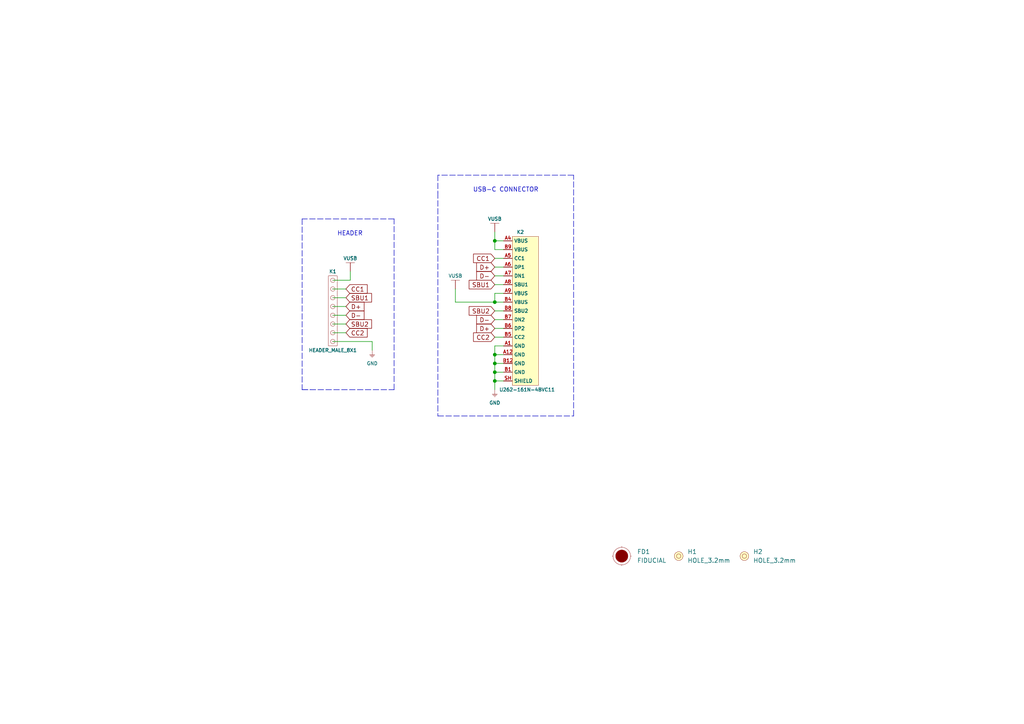
<source format=kicad_sch>
(kicad_sch (version 20211123) (generator eeschema)

  (uuid c98c2be4-887a-447d-897a-0c3b55f08831)

  (paper "A4")

  (title_block
    (title "USB-C breakout")
    (date "2021-07-06")
    (rev "V1.1.1.")
    (company "SOLDERED")
    (comment 1 "333011")
  )

  (lib_symbols
    (symbol "e-radionica.com schematics:FIDUCIAL" (in_bom no) (on_board yes)
      (property "Reference" "FD" (id 0) (at 0 3.81 0)
        (effects (font (size 1.27 1.27)))
      )
      (property "Value" "FIDUCIAL" (id 1) (at 0 -3.81 0)
        (effects (font (size 1.27 1.27)))
      )
      (property "Footprint" "e-radionica.com footprinti:FIDUCIAL_23" (id 2) (at 0.254 -5.334 0)
        (effects (font (size 1.27 1.27)) hide)
      )
      (property "Datasheet" "" (id 3) (at 0 0 0)
        (effects (font (size 1.27 1.27)) hide)
      )
      (symbol "FIDUCIAL_0_1"
        (polyline
          (pts
            (xy -2.54 0)
            (xy -2.794 0)
          )
          (stroke (width 0.0006) (type default) (color 0 0 0 0))
          (fill (type none))
        )
        (polyline
          (pts
            (xy 0 -2.54)
            (xy 0 -2.794)
          )
          (stroke (width 0.0006) (type default) (color 0 0 0 0))
          (fill (type none))
        )
        (polyline
          (pts
            (xy 0 2.54)
            (xy 0 2.794)
          )
          (stroke (width 0.0006) (type default) (color 0 0 0 0))
          (fill (type none))
        )
        (polyline
          (pts
            (xy 2.54 0)
            (xy 2.794 0)
          )
          (stroke (width 0.0006) (type default) (color 0 0 0 0))
          (fill (type none))
        )
        (circle (center 0 0) (radius 1.7961)
          (stroke (width 0.001) (type default) (color 0 0 0 0))
          (fill (type outline))
        )
        (circle (center 0 0) (radius 2.54)
          (stroke (width 0.0006) (type default) (color 0 0 0 0))
          (fill (type none))
        )
      )
    )
    (symbol "e-radionica.com schematics:GND" (power) (pin_names (offset 0)) (in_bom yes) (on_board yes)
      (property "Reference" "#PWR" (id 0) (at 4.445 0 0)
        (effects (font (size 1 1)) hide)
      )
      (property "Value" "GND" (id 1) (at 0 -2.921 0)
        (effects (font (size 1 1)))
      )
      (property "Footprint" "" (id 2) (at 4.445 3.81 0)
        (effects (font (size 1 1)) hide)
      )
      (property "Datasheet" "" (id 3) (at 4.445 3.81 0)
        (effects (font (size 1 1)) hide)
      )
      (property "ki_keywords" "power-flag" (id 4) (at 0 0 0)
        (effects (font (size 1.27 1.27)) hide)
      )
      (property "ki_description" "Power symbol creates a global label with name \"+3V3\"" (id 5) (at 0 0 0)
        (effects (font (size 1.27 1.27)) hide)
      )
      (symbol "GND_0_1"
        (polyline
          (pts
            (xy -0.762 -1.27)
            (xy 0.762 -1.27)
          )
          (stroke (width 0.0006) (type default) (color 0 0 0 0))
          (fill (type none))
        )
        (polyline
          (pts
            (xy -0.635 -1.524)
            (xy 0.635 -1.524)
          )
          (stroke (width 0.0006) (type default) (color 0 0 0 0))
          (fill (type none))
        )
        (polyline
          (pts
            (xy -0.381 -1.778)
            (xy 0.381 -1.778)
          )
          (stroke (width 0.0006) (type default) (color 0 0 0 0))
          (fill (type none))
        )
        (polyline
          (pts
            (xy -0.127 -2.032)
            (xy 0.127 -2.032)
          )
          (stroke (width 0.0006) (type default) (color 0 0 0 0))
          (fill (type none))
        )
        (polyline
          (pts
            (xy 0 0)
            (xy 0 -1.27)
          )
          (stroke (width 0.0006) (type default) (color 0 0 0 0))
          (fill (type none))
        )
      )
      (symbol "GND_1_1"
        (pin power_in line (at 0 0 270) (length 0) hide
          (name "GND" (effects (font (size 1.27 1.27))))
          (number "1" (effects (font (size 1.27 1.27))))
        )
      )
    )
    (symbol "e-radionica.com schematics:HEADER_MALE_8X1" (pin_numbers hide) (pin_names hide) (in_bom yes) (on_board yes)
      (property "Reference" "K" (id 0) (at -0.635 12.7 0)
        (effects (font (size 1 1)))
      )
      (property "Value" "HEADER_MALE_8X1" (id 1) (at 0.635 -10.16 0)
        (effects (font (size 1 1)))
      )
      (property "Footprint" "e-radionica.com footprinti:HEADER_MALE_8X1" (id 2) (at 0 0 0)
        (effects (font (size 1 1)) hide)
      )
      (property "Datasheet" "" (id 3) (at 0 0 0)
        (effects (font (size 1 1)) hide)
      )
      (symbol "HEADER_MALE_8X1_0_1"
        (circle (center 0 -7.62) (radius 0.635)
          (stroke (width 0.0006) (type default) (color 0 0 0 0))
          (fill (type none))
        )
        (circle (center 0 -5.08) (radius 0.635)
          (stroke (width 0.0006) (type default) (color 0 0 0 0))
          (fill (type none))
        )
        (circle (center 0 -2.54) (radius 0.635)
          (stroke (width 0.0006) (type default) (color 0 0 0 0))
          (fill (type none))
        )
        (circle (center 0 0) (radius 0.635)
          (stroke (width 0.0006) (type default) (color 0 0 0 0))
          (fill (type none))
        )
        (circle (center 0 2.54) (radius 0.635)
          (stroke (width 0.0006) (type default) (color 0 0 0 0))
          (fill (type none))
        )
        (circle (center 0 5.08) (radius 0.635)
          (stroke (width 0.0006) (type default) (color 0 0 0 0))
          (fill (type none))
        )
        (circle (center 0 7.62) (radius 0.635)
          (stroke (width 0.0006) (type default) (color 0 0 0 0))
          (fill (type none))
        )
        (circle (center 0 10.16) (radius 0.635)
          (stroke (width 0.0006) (type default) (color 0 0 0 0))
          (fill (type none))
        )
        (rectangle (start 1.27 -8.89) (end -1.27 11.43)
          (stroke (width 0.0006) (type default) (color 0 0 0 0))
          (fill (type none))
        )
      )
      (symbol "HEADER_MALE_8X1_1_1"
        (pin passive line (at 0 -7.62 180) (length 0)
          (name "~" (effects (font (size 0.991 0.991))))
          (number "1" (effects (font (size 0.991 0.991))))
        )
        (pin passive line (at 0 -5.08 180) (length 0)
          (name "~" (effects (font (size 0.991 0.991))))
          (number "2" (effects (font (size 0.991 0.991))))
        )
        (pin passive line (at 0 -2.54 180) (length 0)
          (name "~" (effects (font (size 0.991 0.991))))
          (number "3" (effects (font (size 0.991 0.991))))
        )
        (pin passive line (at 0 0 180) (length 0)
          (name "~" (effects (font (size 0.991 0.991))))
          (number "4" (effects (font (size 0.991 0.991))))
        )
        (pin passive line (at 0 2.54 180) (length 0)
          (name "~" (effects (font (size 0.991 0.991))))
          (number "5" (effects (font (size 0.991 0.991))))
        )
        (pin passive line (at 0 5.08 180) (length 0)
          (name "~" (effects (font (size 0.991 0.991))))
          (number "6" (effects (font (size 0.991 0.991))))
        )
        (pin passive line (at 0 7.62 180) (length 0)
          (name "~" (effects (font (size 0.991 0.991))))
          (number "7" (effects (font (size 0.991 0.991))))
        )
        (pin passive line (at 0 10.16 180) (length 0)
          (name "~" (effects (font (size 0.991 0.991))))
          (number "8" (effects (font (size 0.991 0.991))))
        )
      )
    )
    (symbol "e-radionica.com schematics:HOLE_3.2mm" (pin_numbers hide) (pin_names hide) (in_bom yes) (on_board yes)
      (property "Reference" "H" (id 0) (at 0 2.54 0)
        (effects (font (size 1.27 1.27)))
      )
      (property "Value" "HOLE_3.2mm" (id 1) (at 0 -2.54 0)
        (effects (font (size 1.27 1.27)))
      )
      (property "Footprint" "e-radionica.com footprinti:HOLE_3.2mm" (id 2) (at 0 0 0)
        (effects (font (size 1.27 1.27)) hide)
      )
      (property "Datasheet" "" (id 3) (at 0 0 0)
        (effects (font (size 1.27 1.27)) hide)
      )
      (symbol "HOLE_3.2mm_0_1"
        (circle (center 0 0) (radius 0.635)
          (stroke (width 0.0006) (type default) (color 0 0 0 0))
          (fill (type none))
        )
        (circle (center 0 0) (radius 1.27)
          (stroke (width 0.001) (type default) (color 0 0 0 0))
          (fill (type background))
        )
      )
    )
    (symbol "e-radionica.com schematics:U262-161N-4BVC11" (in_bom yes) (on_board yes)
      (property "Reference" "K" (id 0) (at 0 22.86 0)
        (effects (font (size 1 1)))
      )
      (property "Value" "U262-161N-4BVC11" (id 1) (at 2.54 -22.86 0)
        (effects (font (size 1 1)))
      )
      (property "Footprint" "e-radionica.com footprinti:U262-161N-4BVC11" (id 2) (at 1.27 -3.81 0)
        (effects (font (size 1 1)) hide)
      )
      (property "Datasheet" "" (id 3) (at 1.27 -3.81 0)
        (effects (font (size 1 1)) hide)
      )
      (property "ki_keywords" "USBC USB-C USB" (id 4) (at 0 0 0)
        (effects (font (size 1.27 1.27)) hide)
      )
      (symbol "U262-161N-4BVC11_0_1"
        (rectangle (start -1.27 21.59) (end 6.35 -21.59)
          (stroke (width 0.001) (type default) (color 0 0 0 0))
          (fill (type background))
        )
      )
      (symbol "U262-161N-4BVC11_1_1"
        (pin passive line (at -3.81 -10.16 0) (length 2.54)
          (name "GND" (effects (font (size 1 1))))
          (number "A1" (effects (font (size 1 1))))
        )
        (pin passive line (at -3.81 -12.7 0) (length 2.54)
          (name "GND" (effects (font (size 1 1))))
          (number "A12" (effects (font (size 1 1))))
        )
        (pin passive line (at -3.81 20.32 0) (length 2.54)
          (name "VBUS" (effects (font (size 1 1))))
          (number "A4" (effects (font (size 1 1))))
        )
        (pin passive line (at -3.81 15.24 0) (length 2.54)
          (name "CC1" (effects (font (size 1 1))))
          (number "A5" (effects (font (size 1 1))))
        )
        (pin passive line (at -3.81 12.7 0) (length 2.54)
          (name "DP1" (effects (font (size 1 1))))
          (number "A6" (effects (font (size 1 1))))
        )
        (pin passive line (at -3.81 10.16 0) (length 2.54)
          (name "DN1" (effects (font (size 1 1))))
          (number "A7" (effects (font (size 1 1))))
        )
        (pin passive line (at -3.81 7.62 0) (length 2.54)
          (name "SBU1" (effects (font (size 1 1))))
          (number "A8" (effects (font (size 1 1))))
        )
        (pin passive line (at -3.81 5.08 0) (length 2.54)
          (name "VBUS" (effects (font (size 1 1))))
          (number "A9" (effects (font (size 1 1))))
        )
        (pin passive line (at -3.81 -17.78 0) (length 2.54)
          (name "GND" (effects (font (size 1 1))))
          (number "B1" (effects (font (size 1 1))))
        )
        (pin passive line (at -3.81 -15.24 0) (length 2.54)
          (name "GND" (effects (font (size 1 1))))
          (number "B12" (effects (font (size 1 1))))
        )
        (pin passive line (at -3.81 2.54 0) (length 2.54)
          (name "VBUS" (effects (font (size 1 1))))
          (number "B4" (effects (font (size 1 1))))
        )
        (pin passive line (at -3.81 -7.62 0) (length 2.54)
          (name "CC2" (effects (font (size 1 1))))
          (number "B5" (effects (font (size 1 1))))
        )
        (pin passive line (at -3.81 -5.08 0) (length 2.54)
          (name "DP2" (effects (font (size 1 1))))
          (number "B6" (effects (font (size 1 1))))
        )
        (pin passive line (at -3.81 -2.54 0) (length 2.54)
          (name "DN2" (effects (font (size 1 1))))
          (number "B7" (effects (font (size 1 1))))
        )
        (pin passive line (at -3.81 0 0) (length 2.54)
          (name "SBU2" (effects (font (size 1 1))))
          (number "B8" (effects (font (size 1 1))))
        )
        (pin passive line (at -3.81 17.78 0) (length 2.54)
          (name "VBUS" (effects (font (size 1 1))))
          (number "B9" (effects (font (size 1 1))))
        )
        (pin passive line (at -3.81 -20.32 0) (length 2.54)
          (name "SHIELD" (effects (font (size 1 1))))
          (number "SH" (effects (font (size 1 1))))
        )
      )
    )
    (symbol "e-radionica.com schematics:VUSB" (power) (pin_names (offset 0)) (in_bom yes) (on_board yes)
      (property "Reference" "#PWR" (id 0) (at 4.445 0 0)
        (effects (font (size 1 1)) hide)
      )
      (property "Value" "VUSB" (id 1) (at 0 3.556 0)
        (effects (font (size 1 1)))
      )
      (property "Footprint" "" (id 2) (at 4.445 3.81 0)
        (effects (font (size 1 1)) hide)
      )
      (property "Datasheet" "" (id 3) (at 4.445 3.81 0)
        (effects (font (size 1 1)) hide)
      )
      (property "ki_keywords" "power-flag" (id 4) (at 0 0 0)
        (effects (font (size 1.27 1.27)) hide)
      )
      (property "ki_description" "Power symbol creates a global label with name \"+3V3\"" (id 5) (at 0 0 0)
        (effects (font (size 1.27 1.27)) hide)
      )
      (symbol "VUSB_0_1"
        (polyline
          (pts
            (xy -1.27 2.54)
            (xy 1.27 2.54)
          )
          (stroke (width 0.0006) (type default) (color 0 0 0 0))
          (fill (type none))
        )
        (polyline
          (pts
            (xy 0 0)
            (xy 0 2.54)
          )
          (stroke (width 0) (type default) (color 0 0 0 0))
          (fill (type none))
        )
      )
      (symbol "VUSB_1_1"
        (pin power_in line (at 0 0 90) (length 0) hide
          (name "VUSB" (effects (font (size 1.27 1.27))))
          (number "1" (effects (font (size 1.27 1.27))))
        )
      )
    )
  )

  (junction (at 143.51 102.87) (diameter 0.9144) (color 0 0 0 0)
    (uuid 1a1ab354-5f85-45f9-938c-9f6c4c8c3ea2)
  )
  (junction (at 143.51 110.49) (diameter 0.9144) (color 0 0 0 0)
    (uuid 1bf544e3-5940-4576-9291-2464e95c0ee2)
  )
  (junction (at 143.51 105.41) (diameter 0.9144) (color 0 0 0 0)
    (uuid 42713045-fffd-4b2d-ae1e-7232d705fb12)
  )
  (junction (at 143.51 87.63) (diameter 0.9144) (color 0 0 0 0)
    (uuid 7aed3a71-054b-4aaa-9c0a-030523c32827)
  )
  (junction (at 143.51 69.85) (diameter 0.9144) (color 0 0 0 0)
    (uuid 9157f4ae-0244-4ff1-9f73-3cb4cbb5f280)
  )
  (junction (at 143.51 107.95) (diameter 0.9144) (color 0 0 0 0)
    (uuid c0515cd2-cdaa-467e-8354-0f6eadfa35c9)
  )

  (wire (pts (xy 143.51 107.95) (xy 143.51 110.49))
    (stroke (width 0) (type solid) (color 0 0 0 0))
    (uuid 01cb6e45-ec8b-4a4b-a28d-7179a1de486b)
  )
  (wire (pts (xy 146.05 107.95) (xy 143.51 107.95))
    (stroke (width 0) (type solid) (color 0 0 0 0))
    (uuid 01cb6e45-ec8b-4a4b-a28d-7179a1de486c)
  )
  (wire (pts (xy 96.52 93.98) (xy 100.33 93.98))
    (stroke (width 0) (type solid) (color 0 0 0 0))
    (uuid 1ed4f9e0-509b-43ed-a85a-b27f85c9dd92)
  )
  (wire (pts (xy 143.51 102.87) (xy 143.51 105.41))
    (stroke (width 0) (type solid) (color 0 0 0 0))
    (uuid 1fadda08-e000-4c51-8fcd-ab0169f08f24)
  )
  (wire (pts (xy 146.05 102.87) (xy 143.51 102.87))
    (stroke (width 0) (type solid) (color 0 0 0 0))
    (uuid 1fadda08-e000-4c51-8fcd-ab0169f08f25)
  )
  (wire (pts (xy 96.52 99.06) (xy 107.95 99.06))
    (stroke (width 0) (type solid) (color 0 0 0 0))
    (uuid 21f1bd25-a1d9-4648-a0d6-fe6d99b828f4)
  )
  (wire (pts (xy 96.52 96.52) (xy 100.33 96.52))
    (stroke (width 0) (type solid) (color 0 0 0 0))
    (uuid 26c720dc-2c14-458e-903e-8077d78a5d94)
  )
  (wire (pts (xy 132.08 87.63) (xy 132.08 83.82))
    (stroke (width 0) (type solid) (color 0 0 0 0))
    (uuid 36ce1aa8-010d-4ff0-b2e2-3c5add429555)
  )
  (wire (pts (xy 143.51 87.63) (xy 132.08 87.63))
    (stroke (width 0) (type solid) (color 0 0 0 0))
    (uuid 36ce1aa8-010d-4ff0-b2e2-3c5add429556)
  )
  (wire (pts (xy 146.05 87.63) (xy 143.51 87.63))
    (stroke (width 0) (type solid) (color 0 0 0 0))
    (uuid 36ce1aa8-010d-4ff0-b2e2-3c5add429557)
  )
  (wire (pts (xy 143.51 92.71) (xy 146.05 92.71))
    (stroke (width 0) (type solid) (color 0 0 0 0))
    (uuid 378ce38a-0620-45d8-aba9-2c7154848895)
  )
  (wire (pts (xy 143.51 80.01) (xy 146.05 80.01))
    (stroke (width 0) (type solid) (color 0 0 0 0))
    (uuid 405237ff-6e4d-4870-9fae-56aa22386291)
  )
  (wire (pts (xy 96.52 81.28) (xy 101.6 81.28))
    (stroke (width 0) (type solid) (color 0 0 0 0))
    (uuid 4e84f56c-a2fa-4bbb-871b-304f8c7ebe33)
  )
  (wire (pts (xy 101.6 81.28) (xy 101.6 78.74))
    (stroke (width 0) (type solid) (color 0 0 0 0))
    (uuid 4e84f56c-a2fa-4bbb-871b-304f8c7ebe34)
  )
  (wire (pts (xy 143.51 95.25) (xy 146.05 95.25))
    (stroke (width 0) (type solid) (color 0 0 0 0))
    (uuid 544d9f56-49b3-46e4-afd5-97eafe47d227)
  )
  (wire (pts (xy 96.52 91.44) (xy 100.33 91.44))
    (stroke (width 0) (type solid) (color 0 0 0 0))
    (uuid 55beed1a-0a1d-49ef-abc3-b89169650894)
  )
  (wire (pts (xy 143.51 97.79) (xy 146.05 97.79))
    (stroke (width 0) (type solid) (color 0 0 0 0))
    (uuid 5f4200d4-5881-4798-9bef-b13197aab340)
  )
  (wire (pts (xy 96.52 86.36) (xy 100.33 86.36))
    (stroke (width 0) (type solid) (color 0 0 0 0))
    (uuid 68c49adf-a7c0-4650-a707-c489f2fe1466)
  )
  (wire (pts (xy 143.51 100.33) (xy 143.51 102.87))
    (stroke (width 0) (type solid) (color 0 0 0 0))
    (uuid 8bee754a-7238-4f62-ac51-24452bba67bb)
  )
  (wire (pts (xy 146.05 100.33) (xy 143.51 100.33))
    (stroke (width 0) (type solid) (color 0 0 0 0))
    (uuid 8bee754a-7238-4f62-ac51-24452bba67bc)
  )
  (wire (pts (xy 96.52 88.9) (xy 100.33 88.9))
    (stroke (width 0) (type solid) (color 0 0 0 0))
    (uuid 95fe3fce-21e8-469e-8020-169222fbc14f)
  )
  (polyline (pts (xy 127 50.8) (xy 127 55.88))
    (stroke (width 0) (type dash) (color 0 0 0 0))
    (uuid 9905690c-eddf-4792-9407-e599046f38f3)
  )
  (polyline (pts (xy 127 55.88) (xy 127 120.65))
    (stroke (width 0) (type dash) (color 0 0 0 0))
    (uuid 9905690c-eddf-4792-9407-e599046f38f4)
  )
  (polyline (pts (xy 127 120.65) (xy 166.37 120.65))
    (stroke (width 0) (type dash) (color 0 0 0 0))
    (uuid 9905690c-eddf-4792-9407-e599046f38f5)
  )
  (polyline (pts (xy 166.37 50.8) (xy 127 50.8))
    (stroke (width 0) (type dash) (color 0 0 0 0))
    (uuid 9905690c-eddf-4792-9407-e599046f38f6)
  )
  (polyline (pts (xy 166.37 120.65) (xy 166.37 50.8))
    (stroke (width 0) (type dash) (color 0 0 0 0))
    (uuid 9905690c-eddf-4792-9407-e599046f38f7)
  )

  (wire (pts (xy 143.51 90.17) (xy 146.05 90.17))
    (stroke (width 0) (type solid) (color 0 0 0 0))
    (uuid 9a0dab78-5ecf-46a1-ba0e-db6eb04cc615)
  )
  (wire (pts (xy 143.51 82.55) (xy 146.05 82.55))
    (stroke (width 0) (type solid) (color 0 0 0 0))
    (uuid 9f028d61-9c98-4e0b-9671-f7230190c078)
  )
  (wire (pts (xy 96.52 83.82) (xy 100.33 83.82))
    (stroke (width 0) (type solid) (color 0 0 0 0))
    (uuid a89ac1b8-9afb-4cfc-8180-04145a78e119)
  )
  (wire (pts (xy 143.51 77.47) (xy 146.05 77.47))
    (stroke (width 0) (type solid) (color 0 0 0 0))
    (uuid bdb7214e-8e5c-4740-9d7e-df9341c9f3c1)
  )
  (polyline (pts (xy 87.63 63.5) (xy 87.63 113.03))
    (stroke (width 0) (type dash) (color 0 0 0 0))
    (uuid cb23825a-1c21-4fa5-8200-89abe28302b1)
  )
  (polyline (pts (xy 87.63 113.03) (xy 90.17 113.03))
    (stroke (width 0) (type dash) (color 0 0 0 0))
    (uuid cb23825a-1c21-4fa5-8200-89abe28302b2)
  )
  (polyline (pts (xy 87.63 113.03) (xy 114.3 113.03))
    (stroke (width 0) (type dash) (color 0 0 0 0))
    (uuid cb23825a-1c21-4fa5-8200-89abe28302b3)
  )
  (polyline (pts (xy 114.3 63.5) (xy 87.63 63.5))
    (stroke (width 0) (type dash) (color 0 0 0 0))
    (uuid cb23825a-1c21-4fa5-8200-89abe28302b4)
  )
  (polyline (pts (xy 114.3 113.03) (xy 114.3 63.5))
    (stroke (width 0) (type dash) (color 0 0 0 0))
    (uuid cb23825a-1c21-4fa5-8200-89abe28302b5)
  )

  (wire (pts (xy 143.51 69.85) (xy 143.51 67.31))
    (stroke (width 0) (type solid) (color 0 0 0 0))
    (uuid d08d464e-d641-4189-a624-b144e91c6ee6)
  )
  (wire (pts (xy 146.05 69.85) (xy 143.51 69.85))
    (stroke (width 0) (type solid) (color 0 0 0 0))
    (uuid d08d464e-d641-4189-a624-b144e91c6ee7)
  )
  (wire (pts (xy 143.51 85.09) (xy 143.51 87.63))
    (stroke (width 0) (type solid) (color 0 0 0 0))
    (uuid d6c0036d-4eb0-4103-a20f-56d413d2e356)
  )
  (wire (pts (xy 146.05 85.09) (xy 143.51 85.09))
    (stroke (width 0) (type solid) (color 0 0 0 0))
    (uuid d6c0036d-4eb0-4103-a20f-56d413d2e357)
  )
  (wire (pts (xy 143.51 105.41) (xy 143.51 107.95))
    (stroke (width 0) (type solid) (color 0 0 0 0))
    (uuid e500818f-79f0-4ece-b7b2-c41d35736c20)
  )
  (wire (pts (xy 146.05 105.41) (xy 143.51 105.41))
    (stroke (width 0) (type solid) (color 0 0 0 0))
    (uuid e500818f-79f0-4ece-b7b2-c41d35736c21)
  )
  (wire (pts (xy 107.95 99.06) (xy 107.95 101.6))
    (stroke (width 0) (type solid) (color 0 0 0 0))
    (uuid f05cebb0-39ce-4442-b6a8-854120863679)
  )
  (wire (pts (xy 143.51 72.39) (xy 143.51 69.85))
    (stroke (width 0) (type solid) (color 0 0 0 0))
    (uuid f6e63589-23ee-4354-9e91-a2acbc6303ab)
  )
  (wire (pts (xy 146.05 72.39) (xy 143.51 72.39))
    (stroke (width 0) (type solid) (color 0 0 0 0))
    (uuid f6e63589-23ee-4354-9e91-a2acbc6303ac)
  )
  (wire (pts (xy 143.51 110.49) (xy 143.51 113.03))
    (stroke (width 0) (type solid) (color 0 0 0 0))
    (uuid f8878235-5d4c-4195-b856-77b4928f3c9e)
  )
  (wire (pts (xy 146.05 110.49) (xy 143.51 110.49))
    (stroke (width 0) (type solid) (color 0 0 0 0))
    (uuid f8878235-5d4c-4195-b856-77b4928f3c9f)
  )
  (wire (pts (xy 143.51 74.93) (xy 146.05 74.93))
    (stroke (width 0) (type solid) (color 0 0 0 0))
    (uuid fb4f1ff1-f3ba-4ec0-b9f8-6c1aa915c78c)
  )

  (text "HEADER" (at 97.79 68.58 0)
    (effects (font (size 1.27 1.27)) (justify left bottom))
    (uuid 04a382c3-79be-4aea-8063-e7fc1c1dcf11)
  )
  (text "USB-C CONNECTOR\n" (at 137.16 55.88 0)
    (effects (font (size 1.27 1.27)) (justify left bottom))
    (uuid acbad630-c198-40c2-8280-2217f97dcc78)
  )

  (global_label "D+" (shape input) (at 100.33 88.9 0)
    (effects (font (size 1.27 1.27)) (justify left))
    (uuid 009db0ef-5fea-439b-aa36-33e041153b0d)
    (property "Intersheet References" "${INTERSHEET_REFS}" (id 0) (at 107.1095 88.9794 0)
      (effects (font (size 1.27 1.27)) (justify left) hide)
    )
  )
  (global_label "SBU1" (shape input) (at 143.51 82.55 180)
    (effects (font (size 1.27 1.27)) (justify right))
    (uuid 0bd52f47-b293-4a0b-8e03-58998268e240)
    (property "Intersheet References" "${INTERSHEET_REFS}" (id 0) (at 134.5534 82.4706 0)
      (effects (font (size 1.27 1.27)) (justify right) hide)
    )
  )
  (global_label "SBU1" (shape input) (at 100.33 86.36 0)
    (effects (font (size 1.27 1.27)) (justify left))
    (uuid 0e31a09f-c740-41d4-a4ad-cba036c0a4cb)
    (property "Intersheet References" "${INTERSHEET_REFS}" (id 0) (at 109.2866 86.4394 0)
      (effects (font (size 1.27 1.27)) (justify left) hide)
    )
  )
  (global_label "D-" (shape input) (at 143.51 92.71 180)
    (effects (font (size 1.27 1.27)) (justify right))
    (uuid 13e73d4e-2f53-41a7-8586-84746a451bc4)
    (property "Intersheet References" "${INTERSHEET_REFS}" (id 0) (at 136.7305 92.6306 0)
      (effects (font (size 1.27 1.27)) (justify right) hide)
    )
  )
  (global_label "D+" (shape input) (at 143.51 95.25 180)
    (effects (font (size 1.27 1.27)) (justify right))
    (uuid 1f3932a8-571f-4353-8a8d-88d59674c156)
    (property "Intersheet References" "${INTERSHEET_REFS}" (id 0) (at 136.7305 95.1706 0)
      (effects (font (size 1.27 1.27)) (justify right) hide)
    )
  )
  (global_label "SBU2" (shape input) (at 143.51 90.17 180)
    (effects (font (size 1.27 1.27)) (justify right))
    (uuid 3b01f863-39f9-4f99-905f-6a7f135d70e8)
    (property "Intersheet References" "${INTERSHEET_REFS}" (id 0) (at 134.5534 90.0906 0)
      (effects (font (size 1.27 1.27)) (justify right) hide)
    )
  )
  (global_label "CC2" (shape input) (at 100.33 96.52 0)
    (effects (font (size 1.27 1.27)) (justify left))
    (uuid 5effd082-6266-4c9c-bd05-2d1e33c0dcb9)
    (property "Intersheet References" "${INTERSHEET_REFS}" (id 0) (at 108.0166 96.5994 0)
      (effects (font (size 1.27 1.27)) (justify left) hide)
    )
  )
  (global_label "CC1" (shape input) (at 143.51 74.93 180)
    (effects (font (size 1.27 1.27)) (justify right))
    (uuid 69d33f5f-f1d1-4469-beab-dc0cf6d5e997)
    (property "Intersheet References" "${INTERSHEET_REFS}" (id 0) (at 135.8234 74.8506 0)
      (effects (font (size 1.27 1.27)) (justify right) hide)
    )
  )
  (global_label "CC2" (shape input) (at 143.51 97.79 180)
    (effects (font (size 1.27 1.27)) (justify right))
    (uuid 9320a6c5-a26b-4cb5-aace-4b133e833591)
    (property "Intersheet References" "${INTERSHEET_REFS}" (id 0) (at 135.8234 97.7106 0)
      (effects (font (size 1.27 1.27)) (justify right) hide)
    )
  )
  (global_label "CC1" (shape input) (at 100.33 83.82 0)
    (effects (font (size 1.27 1.27)) (justify left))
    (uuid 932cd1a9-b579-4262-89c1-e23dc72ca829)
    (property "Intersheet References" "${INTERSHEET_REFS}" (id 0) (at 108.0166 83.8994 0)
      (effects (font (size 1.27 1.27)) (justify left) hide)
    )
  )
  (global_label "D+" (shape input) (at 143.51 77.47 180)
    (effects (font (size 1.27 1.27)) (justify right))
    (uuid 99ee23a7-1225-4705-9552-a6e1aeafc305)
    (property "Intersheet References" "${INTERSHEET_REFS}" (id 0) (at 136.7305 77.3906 0)
      (effects (font (size 1.27 1.27)) (justify right) hide)
    )
  )
  (global_label "D-" (shape input) (at 143.51 80.01 180)
    (effects (font (size 1.27 1.27)) (justify right))
    (uuid df652c06-bcb8-4422-adbc-074737a2b973)
    (property "Intersheet References" "${INTERSHEET_REFS}" (id 0) (at 136.7305 79.9306 0)
      (effects (font (size 1.27 1.27)) (justify right) hide)
    )
  )
  (global_label "D-" (shape input) (at 100.33 91.44 0)
    (effects (font (size 1.27 1.27)) (justify left))
    (uuid e7288bab-9000-4688-9022-7bf94f58cba8)
    (property "Intersheet References" "${INTERSHEET_REFS}" (id 0) (at 107.1095 91.5194 0)
      (effects (font (size 1.27 1.27)) (justify left) hide)
    )
  )
  (global_label "SBU2" (shape input) (at 100.33 93.98 0)
    (effects (font (size 1.27 1.27)) (justify left))
    (uuid f3c6b9ab-d3b2-47a7-ae12-9fc81ce90a25)
    (property "Intersheet References" "${INTERSHEET_REFS}" (id 0) (at 109.2866 94.0594 0)
      (effects (font (size 1.27 1.27)) (justify left) hide)
    )
  )

  (symbol (lib_id "e-radionica.com schematics:VUSB") (at 132.08 83.82 0) (unit 1)
    (in_bom yes) (on_board yes)
    (uuid 17dcaed4-3f50-40d2-b3bc-29c2f03cecdf)
    (property "Reference" "#PWR0105" (id 0) (at 136.525 83.82 0)
      (effects (font (size 1 1)) hide)
    )
    (property "Value" "VUSB" (id 1) (at 132.08 80.01 0)
      (effects (font (size 1 1)))
    )
    (property "Footprint" "" (id 2) (at 136.525 80.01 0)
      (effects (font (size 1 1)) hide)
    )
    (property "Datasheet" "" (id 3) (at 136.525 80.01 0)
      (effects (font (size 1 1)) hide)
    )
    (pin "1" (uuid c57d569a-86b5-4027-8360-d68bfef102fb))
  )

  (symbol (lib_id "e-radionica.com schematics:HOLE_3.2mm") (at 215.9 161.29 0) (unit 1)
    (in_bom yes) (on_board yes)
    (uuid 187109c7-1b54-4aed-86aa-447d2483bc3d)
    (property "Reference" "H2" (id 0) (at 218.44 160.02 0)
      (effects (font (size 1.27 1.27)) (justify left))
    )
    (property "Value" "HOLE_3.2mm" (id 1) (at 218.44 162.56 0)
      (effects (font (size 1.27 1.27)) (justify left))
    )
    (property "Footprint" "e-radionica.com footprinti:HOLE_3.2mm" (id 2) (at 215.9 161.29 0)
      (effects (font (size 1.27 1.27)) hide)
    )
    (property "Datasheet" "" (id 3) (at 215.9 161.29 0)
      (effects (font (size 1.27 1.27)) hide)
    )
  )

  (symbol (lib_id "e-radionica.com schematics:FIDUCIAL") (at 180.34 161.29 0) (unit 1)
    (in_bom no) (on_board yes) (fields_autoplaced)
    (uuid 281dc0e6-9750-4c63-a991-53ab5ea1f25c)
    (property "Reference" "FD1" (id 0) (at 184.785 160.0199 0)
      (effects (font (size 1.27 1.27)) (justify left))
    )
    (property "Value" "FIDUCIAL" (id 1) (at 184.785 162.5599 0)
      (effects (font (size 1.27 1.27)) (justify left))
    )
    (property "Footprint" "e-radionica.com footprinti:FIDUCIAL_23" (id 2) (at 180.594 166.624 0)
      (effects (font (size 1.27 1.27)) hide)
    )
    (property "Datasheet" "" (id 3) (at 180.34 161.29 0)
      (effects (font (size 1.27 1.27)) hide)
    )
  )

  (symbol (lib_id "e-radionica.com schematics:VUSB") (at 101.6 78.74 0) (unit 1)
    (in_bom yes) (on_board yes)
    (uuid 3f212554-6700-4ebe-8d75-08e61625495d)
    (property "Reference" "#PWR0102" (id 0) (at 106.045 78.74 0)
      (effects (font (size 1 1)) hide)
    )
    (property "Value" "VUSB" (id 1) (at 101.6 74.93 0)
      (effects (font (size 1 1)))
    )
    (property "Footprint" "" (id 2) (at 106.045 74.93 0)
      (effects (font (size 1 1)) hide)
    )
    (property "Datasheet" "" (id 3) (at 106.045 74.93 0)
      (effects (font (size 1 1)) hide)
    )
    (pin "1" (uuid c57d569a-86b5-4027-8360-d68bfef102fa))
  )

  (symbol (lib_id "e-radionica.com schematics:U262-161N-4BVC11") (at 149.86 90.17 0) (unit 1)
    (in_bom yes) (on_board yes)
    (uuid 91b57009-1795-46ff-aba7-c2ffb9822d08)
    (property "Reference" "K2" (id 0) (at 149.86 67.31 0)
      (effects (font (size 1 1)) (justify left))
    )
    (property "Value" "U262-161N-4BVC11" (id 1) (at 144.78 113.03 0)
      (effects (font (size 1 1)) (justify left))
    )
    (property "Footprint" "e-radionica.com footprinti:U262-161N-4BVC11" (id 2) (at 151.13 93.98 0)
      (effects (font (size 1 1)) hide)
    )
    (property "Datasheet" "" (id 3) (at 151.13 93.98 0)
      (effects (font (size 1 1)) hide)
    )
    (pin "A1" (uuid fc974d51-1b89-4945-bda2-49885d2f2d38))
    (pin "A12" (uuid f30c5e68-5e77-4740-9479-15770a4cf160))
    (pin "A4" (uuid b49d4c77-5e05-46d4-8a0d-c31e70c36175))
    (pin "A5" (uuid 18c018b0-2527-4d00-afac-f0884e987e66))
    (pin "A6" (uuid 29723e92-bc0d-4e3d-874b-d8059ee2fca5))
    (pin "A7" (uuid 6aa0d573-221a-4d90-af28-b6ca76ce99da))
    (pin "A8" (uuid a689163f-db18-4e07-9f4c-76e7f010ba0a))
    (pin "A9" (uuid 55603db8-9792-470e-a691-b613d6cf42ee))
    (pin "B1" (uuid b7500aca-87fd-4b00-b293-ae89a35f60f3))
    (pin "B12" (uuid aff5c5aa-3492-4db0-b24f-0ef3d3481bcf))
    (pin "B4" (uuid 29bc8082-f22a-4616-b815-c636965925d8))
    (pin "B5" (uuid 9de8c0df-5d55-4ee8-bdb8-c96c3b304f48))
    (pin "B6" (uuid a44a23f2-4ac0-4e7d-9d75-bee57910fa4e))
    (pin "B7" (uuid 78fb50a8-c86b-4057-a015-9b92664c7425))
    (pin "B8" (uuid ba32e160-7fc9-4e37-8ec6-ded1e680e00d))
    (pin "B9" (uuid b496906e-b657-409b-acb7-067d9d040a2f))
    (pin "SH" (uuid f91be6ec-32d1-4118-a8ac-64880a2ce0d8))
  )

  (symbol (lib_id "e-radionica.com schematics:HOLE_3.2mm") (at 196.85 161.29 0) (unit 1)
    (in_bom yes) (on_board yes)
    (uuid 9d049dd2-98c9-4e3f-a91d-61789bd17a38)
    (property "Reference" "H1" (id 0) (at 199.39 160.02 0)
      (effects (font (size 1.27 1.27)) (justify left))
    )
    (property "Value" "HOLE_3.2mm" (id 1) (at 199.39 162.56 0)
      (effects (font (size 1.27 1.27)) (justify left))
    )
    (property "Footprint" "e-radionica.com footprinti:HOLE_3.2mm" (id 2) (at 196.85 161.29 0)
      (effects (font (size 1.27 1.27)) hide)
    )
    (property "Datasheet" "" (id 3) (at 196.85 161.29 0)
      (effects (font (size 1.27 1.27)) hide)
    )
  )

  (symbol (lib_id "e-radionica.com schematics:HEADER_MALE_8X1") (at 96.52 91.44 0) (unit 1)
    (in_bom yes) (on_board yes)
    (uuid a7fb905b-a55d-4dfa-8a94-de9872a933d0)
    (property "Reference" "K1" (id 0) (at 96.52 78.74 0)
      (effects (font (size 1 1)))
    )
    (property "Value" "HEADER_MALE_8X1" (id 1) (at 96.52 101.6 0)
      (effects (font (size 1 1)))
    )
    (property "Footprint" "e-radionica.com footprinti:HEADER_MALE_8X1" (id 2) (at 96.52 91.44 0)
      (effects (font (size 1 1)) hide)
    )
    (property "Datasheet" "" (id 3) (at 96.52 91.44 0)
      (effects (font (size 1 1)) hide)
    )
    (pin "1" (uuid d9489108-4784-4519-9874-821bb69b7bb7))
    (pin "2" (uuid 9b4d2a34-0115-4a0e-8f12-3bef1c7b30b0))
    (pin "3" (uuid 9a250c7a-971f-4cc0-9657-93be4a6d23dd))
    (pin "4" (uuid 54ad0ecf-e0b7-4a71-9cb3-ee00549ef4c3))
    (pin "5" (uuid eac26991-dc40-4e40-b540-9dd08937ef76))
    (pin "6" (uuid 94a230e1-0749-4bb9-bf55-f2c6590d584d))
    (pin "7" (uuid 768219cb-a5ce-4b06-b867-86727dccd62d))
    (pin "8" (uuid 1c15f36d-2acf-4958-87ea-ae3b0e89d74b))
  )

  (symbol (lib_id "e-radionica.com schematics:GND") (at 143.51 113.03 0) (unit 1)
    (in_bom yes) (on_board yes)
    (uuid a95a6cf7-2d13-40bb-a28e-94106821878f)
    (property "Reference" "#PWR0101" (id 0) (at 147.955 113.03 0)
      (effects (font (size 1 1)) hide)
    )
    (property "Value" "GND" (id 1) (at 143.51 116.84 0)
      (effects (font (size 1 1)))
    )
    (property "Footprint" "" (id 2) (at 147.955 109.22 0)
      (effects (font (size 1 1)) hide)
    )
    (property "Datasheet" "" (id 3) (at 147.955 109.22 0)
      (effects (font (size 1 1)) hide)
    )
    (pin "1" (uuid 5f47afad-a294-4f2a-807a-2187e2d2d5fd))
  )

  (symbol (lib_id "e-radionica.com schematics:VUSB") (at 143.51 67.31 0) (unit 1)
    (in_bom yes) (on_board yes)
    (uuid b86c00d6-8150-4cfa-8dd3-e0c96815e7f6)
    (property "Reference" "#PWR0104" (id 0) (at 147.955 67.31 0)
      (effects (font (size 1 1)) hide)
    )
    (property "Value" "VUSB" (id 1) (at 143.51 63.5 0)
      (effects (font (size 1 1)))
    )
    (property "Footprint" "" (id 2) (at 147.955 63.5 0)
      (effects (font (size 1 1)) hide)
    )
    (property "Datasheet" "" (id 3) (at 147.955 63.5 0)
      (effects (font (size 1 1)) hide)
    )
    (pin "1" (uuid c57d569a-86b5-4027-8360-d68bfef102fc))
  )

  (symbol (lib_id "e-radionica.com schematics:GND") (at 107.95 101.6 0) (unit 1)
    (in_bom yes) (on_board yes)
    (uuid bcfa06f5-6532-4027-93f1-898b966513ec)
    (property "Reference" "#PWR0103" (id 0) (at 112.395 101.6 0)
      (effects (font (size 1 1)) hide)
    )
    (property "Value" "GND" (id 1) (at 107.95 105.41 0)
      (effects (font (size 1 1)))
    )
    (property "Footprint" "" (id 2) (at 112.395 97.79 0)
      (effects (font (size 1 1)) hide)
    )
    (property "Datasheet" "" (id 3) (at 112.395 97.79 0)
      (effects (font (size 1 1)) hide)
    )
    (pin "1" (uuid 5f47afad-a294-4f2a-807a-2187e2d2d5fc))
  )

  (sheet_instances
    (path "/" (page "1"))
  )

  (symbol_instances
    (path "/a95a6cf7-2d13-40bb-a28e-94106821878f"
      (reference "#PWR0101") (unit 1) (value "GND") (footprint "")
    )
    (path "/3f212554-6700-4ebe-8d75-08e61625495d"
      (reference "#PWR0102") (unit 1) (value "VUSB") (footprint "")
    )
    (path "/bcfa06f5-6532-4027-93f1-898b966513ec"
      (reference "#PWR0103") (unit 1) (value "GND") (footprint "")
    )
    (path "/b86c00d6-8150-4cfa-8dd3-e0c96815e7f6"
      (reference "#PWR0104") (unit 1) (value "VUSB") (footprint "")
    )
    (path "/17dcaed4-3f50-40d2-b3bc-29c2f03cecdf"
      (reference "#PWR0105") (unit 1) (value "VUSB") (footprint "")
    )
    (path "/281dc0e6-9750-4c63-a991-53ab5ea1f25c"
      (reference "FD1") (unit 1) (value "FIDUCIAL") (footprint "e-radionica.com footprinti:FIDUCIAL_23")
    )
    (path "/9d049dd2-98c9-4e3f-a91d-61789bd17a38"
      (reference "H1") (unit 1) (value "HOLE_3.2mm") (footprint "e-radionica.com footprinti:HOLE_3.2mm")
    )
    (path "/187109c7-1b54-4aed-86aa-447d2483bc3d"
      (reference "H2") (unit 1) (value "HOLE_3.2mm") (footprint "e-radionica.com footprinti:HOLE_3.2mm")
    )
    (path "/a7fb905b-a55d-4dfa-8a94-de9872a933d0"
      (reference "K1") (unit 1) (value "HEADER_MALE_8X1") (footprint "e-radionica.com footprinti:HEADER_MALE_8X1")
    )
    (path "/91b57009-1795-46ff-aba7-c2ffb9822d08"
      (reference "K2") (unit 1) (value "U262-161N-4BVC11") (footprint "e-radionica.com footprinti:U262-161N-4BVC11")
    )
  )
)

</source>
